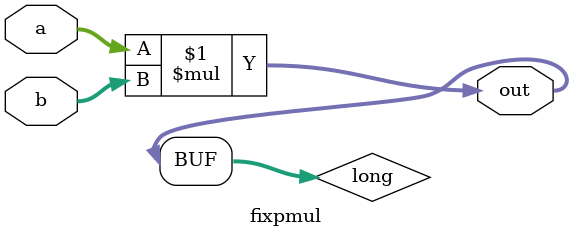
<source format=v>
`timescale 1ns / 1ps

module fixpmul
#(
    parameter IW = 16, //ÕûÊýÎ»¿í
    parameter FW = 16  //Ð¡ÊýÎ»¿í
)(
    input signed [IW+FW-1 : 0] a,
    input signed [IW+FW-1 : 0] b,
    output signed [IW*2+FW*2-1 : 0] out
);
    (* multstyle = "dsp" *) wire signed [IW*2+FW*2-1 : 0] long;
    assign long = a * b;
    assign out = long;// >>> FW;
endmodule

</source>
